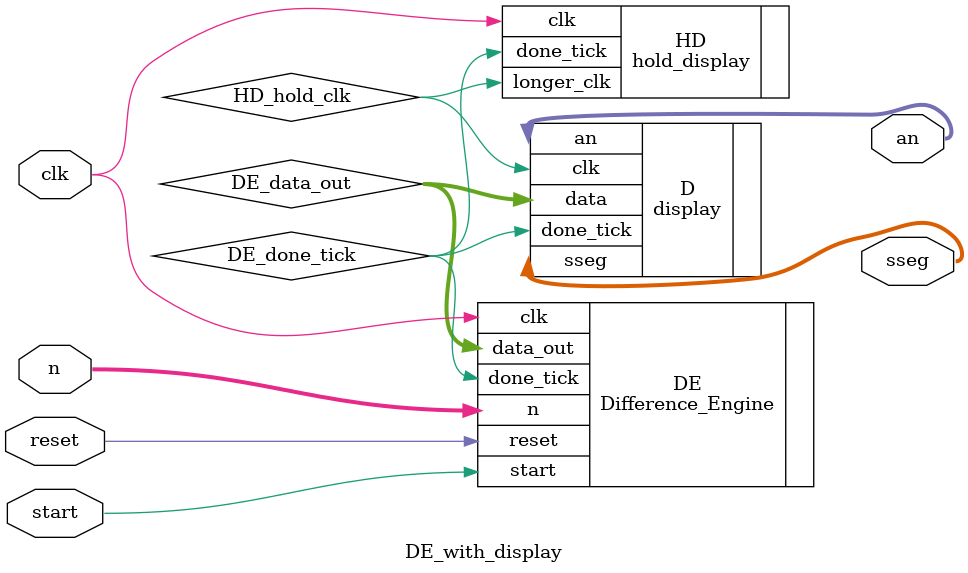
<source format=v>
`timescale 1ns / 1ps
module DE_with_display(
	input wire [5:0] n,
	input wire start, clk, reset,
	//output wire done_tick_signal,
	output wire [3:0] an,
	output wire [7:0] sseg 
    );

	//internal signals 
	wire [12:0] DE_data_out;
	wire DE_done_tick;
	wire HD_hold_clk;
	
	Difference_Engine DE(
	.n(n), //input
	.start(start), .clk(clk), .reset(reset),
	.data_out(DE_data_out), //output	
	.done_tick(DE_done_tick)
    );

	hold_display HD(
		.clk(clk),
		.done_tick(DE_done_tick),
		.longer_clk(HD_hold_clk)
		);
	
	display D(
		.clk(HD_hold_clk),
		.done_tick(DE_done_tick),
		.data(DE_data_out),
		.sseg(sseg),
		.an(an)
		);
endmodule

</source>
